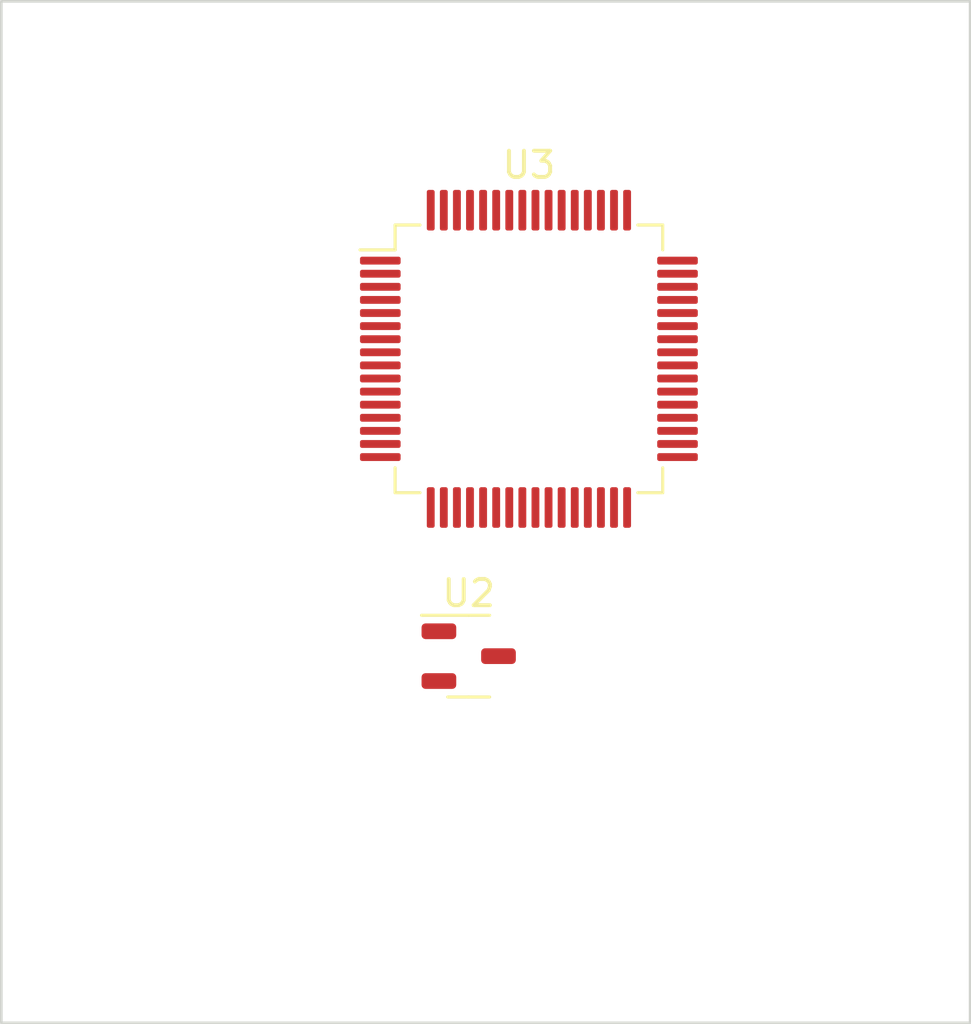
<source format=kicad_pcb>
(kicad_pcb (version 20221018) (generator pcbnew)
  (layers (0 "F.Cu" signal) (31 "B.Cu" signal) (34 "B.Paste" user) (35 "F.Paste" user) (36 "B.SilkS" user "B.Silkscreen") (37 "F.SilkS" user "F.Silkscreen") (38 "B.Mask" user) (39 "F.Mask" user) (44 "Edge.Cuts" user))
  (net 0 "")
  (net 1 "GND")
  (net 2 "+3.3V")
  (net 3 "Net-(D1-K)")
  (net 21 "Net-(U3-VSS-Pad18)")
  (footprint "Package_QFP:LQFP-64_10x10mm_P0.5mm" (layer "F.Cu") (at 133.15 91.65)
    (fp_text reference "U3" (at 0 -7.4) (layer "F.SilkS"))
    (fp_text value "STM32F072RBTx")
    (fp_line (start -5.11 -5.11) (end -5.11 -4.16) (stroke (width 0.12)) (layer "F.SilkS"))
    (fp_line (start -5.11 -4.16) (end -6.45 -4.16) (stroke (width 0.12)) (layer "F.SilkS"))
    (fp_line (start -5.11 5.11) (end -5.11 4.16) (stroke (width 0.12)) (layer "F.SilkS"))
    (fp_line (start -4.16 -5.11) (end -5.11 -5.11) (stroke (width 0.12)) (layer "F.SilkS"))
    (fp_line (start -4.16 5.11) (end -5.11 5.11) (stroke (width 0.12)) (layer "F.SilkS"))
    (fp_line (start 4.16 -5.11) (end 5.11 -5.11) (stroke (width 0.12)) (layer "F.SilkS"))
    (fp_line (start 4.16 5.11) (end 5.11 5.11) (stroke (width 0.12)) (layer "F.SilkS"))
    (fp_line (start 5.11 -5.11) (end 5.11 -4.16) (stroke (width 0.12)) (layer "F.SilkS"))
    (fp_line (start 5.11 5.11) (end 5.11 4.16) (stroke (width 0.12)) (layer "F.SilkS"))
    (pad "1" smd roundrect (at -5.675 -3.75) (size 1.55 0.3) (layers "F.Cu" "F.Paste" "F.Mask"))
    (pad "2" smd roundrect (at -5.675 -3.25) (size 1.55 0.3) (layers "F.Cu" "F.Paste" "F.Mask"))
    (pad "3" smd roundrect (at -5.675 -2.75) (size 1.55 0.3) (layers "F.Cu" "F.Paste" "F.Mask"))
    (pad "4" smd roundrect (at -5.675 -2.25) (size 1.55 0.3) (layers "F.Cu" "F.Paste" "F.Mask"))
    (pad "5" smd roundrect (at -5.675 -1.75) (size 1.55 0.3) (layers "F.Cu" "F.Paste" "F.Mask"))
    (pad "6" smd roundrect (at -5.675 -1.25) (size 1.55 0.3) (layers "F.Cu" "F.Paste" "F.Mask"))
    (pad "7" smd roundrect (at -5.675 -0.75) (size 1.55 0.3) (layers "F.Cu" "F.Paste" "F.Mask"))
    (pad "8" smd roundrect (at -5.675 -0.25) (size 1.55 0.3) (layers "F.Cu" "F.Paste" "F.Mask"))
    (pad "9" smd roundrect (at -5.675 0.25) (size 1.55 0.3) (layers "F.Cu" "F.Paste" "F.Mask"))
    (pad "10" smd roundrect (at -5.675 0.75) (size 1.55 0.3) (layers "F.Cu" "F.Paste" "F.Mask"))
    (pad "11" smd roundrect (at -5.675 1.25) (size 1.55 0.3) (layers "F.Cu" "F.Paste" "F.Mask"))
    (pad "12" smd roundrect (at -5.675 1.75) (size 1.55 0.3) (layers "F.Cu" "F.Paste" "F.Mask"))
    (pad "13" smd roundrect (at -5.675 2.25) (size 1.55 0.3) (layers "F.Cu" "F.Paste" "F.Mask"))
    (pad "14" smd roundrect (at -5.675 2.75) (size 1.55 0.3) (layers "F.Cu" "F.Paste" "F.Mask"))
    (pad "15" smd roundrect (at -5.675 3.25) (size 1.55 0.3) (layers "F.Cu" "F.Paste" "F.Mask"))
    (pad "16" smd roundrect (at -5.675 3.75) (size 1.55 0.3) (layers "F.Cu" "F.Paste" "F.Mask"))
    (pad "17" smd roundrect (at -3.75 5.675) (size 0.3 1.55) (layers "F.Cu" "F.Paste" "F.Mask"))
    (pad "18" smd roundrect (at -3.25 5.675) (size 0.3 1.55) (layers "F.Cu" "F.Paste" "F.Mask") (net 21 "Net-(U3-VSS-Pad18)"))
    (pad "19" smd roundrect (at -2.75 5.675) (size 0.3 1.55) (layers "F.Cu" "F.Paste" "F.Mask"))
    (pad "20" smd roundrect (at -2.25 5.675) (size 0.3 1.55) (layers "F.Cu" "F.Paste" "F.Mask"))
    (pad "21" smd roundrect (at -1.75 5.675) (size 0.3 1.55) (layers "F.Cu" "F.Paste" "F.Mask"))
    (pad "22" smd roundrect (at -1.25 5.675) (size 0.3 1.55) (layers "F.Cu" "F.Paste" "F.Mask"))
    (pad "23" smd roundrect (at -0.75 5.675) (size 0.3 1.55) (layers "F.Cu" "F.Paste" "F.Mask"))
    (pad "24" smd roundrect (at -0.25 5.675) (size 0.3 1.55) (layers "F.Cu" "F.Paste" "F.Mask"))
    (pad "25" smd roundrect (at 0.25 5.675) (size 0.3 1.55) (layers "F.Cu" "F.Paste" "F.Mask"))
    (pad "26" smd roundrect (at 0.75 5.675) (size 0.3 1.55) (layers "F.Cu" "F.Paste" "F.Mask"))
    (pad "27" smd roundrect (at 1.25 5.675) (size 0.3 1.55) (layers "F.Cu" "F.Paste" "F.Mask"))
    (pad "28" smd roundrect (at 1.75 5.675) (size 0.3 1.55) (layers "F.Cu" "F.Paste" "F.Mask"))
    (pad "29" smd roundrect (at 2.25 5.675) (size 0.3 1.55) (layers "F.Cu" "F.Paste" "F.Mask"))
    (pad "30" smd roundrect (at 2.75 5.675) (size 0.3 1.55) (layers "F.Cu" "F.Paste" "F.Mask"))
    (pad "31" smd roundrect (at 3.25 5.675) (size 0.3 1.55) (layers "F.Cu" "F.Paste" "F.Mask") (net 21 "Net-(U3-VSS-Pad18)"))
    (pad "32" smd roundrect (at 3.75 5.675) (size 0.3 1.55) (layers "F.Cu" "F.Paste" "F.Mask"))
    (pad "33" smd roundrect (at 5.675 3.75) (size 1.55 0.3) (layers "F.Cu" "F.Paste" "F.Mask"))
    (pad "34" smd roundrect (at 5.675 3.25) (size 1.55 0.3) (layers "F.Cu" "F.Paste" "F.Mask"))
    (pad "35" smd roundrect (at 5.675 2.75) (size 1.55 0.3) (layers "F.Cu" "F.Paste" "F.Mask"))
    (pad "36" smd roundrect (at 5.675 2.25) (size 1.55 0.3) (layers "F.Cu" "F.Paste" "F.Mask"))
    (pad "37" smd roundrect (at 5.675 1.75) (size 1.55 0.3) (layers "F.Cu" "F.Paste" "F.Mask"))
    (pad "38" smd roundrect (at 5.675 1.25) (size 1.55 0.3) (layers "F.Cu" "F.Paste" "F.Mask"))
    (pad "39" smd roundrect (at 5.675 0.75) (size 1.55 0.3) (layers "F.Cu" "F.Paste" "F.Mask"))
    (pad "40" smd roundrect (at 5.675 0.25) (size 1.55 0.3) (layers "F.Cu" "F.Paste" "F.Mask"))
    (pad "41" smd roundrect (at 5.675 -0.25) (size 1.55 0.3) (layers "F.Cu" "F.Paste" "F.Mask"))
    (pad "42" smd roundrect (at 5.675 -0.75) (size 1.55 0.3) (layers "F.Cu" "F.Paste" "F.Mask"))
    (pad "43" smd roundrect (at 5.675 -1.25) (size 1.55 0.3) (layers "F.Cu" "F.Paste" "F.Mask"))
    (pad "44" smd roundrect (at 5.675 -1.75) (size 1.55 0.3) (layers "F.Cu" "F.Paste" "F.Mask"))
    (pad "45" smd roundrect (at 5.675 -2.25) (size 1.55 0.3) (layers "F.Cu" "F.Paste" "F.Mask"))
    (pad "46" smd roundrect (at 5.675 -2.75) (size 1.55 0.3) (layers "F.Cu" "F.Paste" "F.Mask"))
    (pad "47" smd roundrect (at 5.675 -3.25) (size 1.55 0.3) (layers "F.Cu" "F.Paste" "F.Mask") (net 21 "Net-(U3-VSS-Pad18)"))
    (pad "48" smd roundrect (at 5.675 -3.75) (size 1.55 0.3) (layers "F.Cu" "F.Paste" "F.Mask"))
    (pad "49" smd roundrect (at 3.75 -5.675) (size 0.3 1.55) (layers "F.Cu" "F.Paste" "F.Mask"))
    (pad "50" smd roundrect (at 3.25 -5.675) (size 0.3 1.55) (layers "F.Cu" "F.Paste" "F.Mask"))
    (pad "51" smd roundrect (at 2.75 -5.675) (size 0.3 1.55) (layers "F.Cu" "F.Paste" "F.Mask"))
    (pad "52" smd roundrect (at 2.25 -5.675) (size 0.3 1.55) (layers "F.Cu" "F.Paste" "F.Mask"))
    (pad "53" smd roundrect (at 1.75 -5.675) (size 0.3 1.55) (layers "F.Cu" "F.Paste" "F.Mask"))
    (pad "54" smd roundrect (at 1.25 -5.675) (size 0.3 1.55) (layers "F.Cu" "F.Paste" "F.Mask"))
    (pad "55" smd roundrect (at 0.75 -5.675) (size 0.3 1.55) (layers "F.Cu" "F.Paste" "F.Mask"))
    (pad "56" smd roundrect (at 0.25 -5.675) (size 0.3 1.55) (layers "F.Cu" "F.Paste" "F.Mask"))
    (pad "57" smd roundrect (at -0.25 -5.675) (size 0.3 1.55) (layers "F.Cu" "F.Paste" "F.Mask"))
    (pad "58" smd roundrect (at -0.75 -5.675) (size 0.3 1.55) (layers "F.Cu" "F.Paste" "F.Mask"))
    (pad "59" smd roundrect (at -1.25 -5.675) (size 0.3 1.55) (layers "F.Cu" "F.Paste" "F.Mask"))
    (pad "60" smd roundrect (at -1.75 -5.675) (size 0.3 1.55) (layers "F.Cu" "F.Paste" "F.Mask"))
    (pad "61" smd roundrect (at -2.25 -5.675) (size 0.3 1.55) (layers "F.Cu" "F.Paste" "F.Mask"))
    (pad "62" smd roundrect (at -2.75 -5.675) (size 0.3 1.55) (layers "F.Cu" "F.Paste" "F.Mask"))
    (pad "63" smd roundrect (at -3.25 -5.675) (size 0.3 1.55) (layers "F.Cu" "F.Paste" "F.Mask") (net 21 "Net-(U3-VSS-Pad18)"))
    (pad "64" smd roundrect (at -3.75 -5.675) (size 0.3 1.55) (layers "F.Cu" "F.Paste" "F.Mask"))
  )
  (footprint "Package_TO_SOT_SMD:SOT-23-3" (layer "F.Cu") (at 130.85 103)
    (fp_text reference "U2" (at 0 -2.4) (layer "F.SilkS"))
    (fp_text value "AP2210-33")
    (fp_line (start 0 -1.56) (end -1.8 -1.56) (stroke (width 0.12)) (layer "F.SilkS"))
    (fp_line (start 0 -1.56) (end 0.8 -1.56) (stroke (width 0.12)) (layer "F.SilkS"))
    (fp_line (start 0 1.56) (end -0.8 1.56) (stroke (width 0.12)) (layer "F.SilkS"))
    (fp_line (start 0 1.56) (end 0.8 1.56) (stroke (width 0.12)) (layer "F.SilkS"))
    (pad "1" smd roundrect (at -1.1375 -0.95) (size 1.325 0.6) (layers "F.Cu" "F.Paste" "F.Mask") (net 1 "GND"))
    (pad "2" smd roundrect (at -1.1375 0.95) (size 1.325 0.6) (layers "F.Cu" "F.Paste" "F.Mask") (net 2 "+3.3V"))
    (pad "3" smd roundrect (at 1.1375 0) (size 1.325 0.6) (layers "F.Cu" "F.Paste" "F.Mask") (net 3 "Net-(D1-K)"))
  )
  (gr_rect (start 113 78) (end 150 117) (stroke (width 0.1)) (fill none) (layer "Edge.Cuts"))
)
</source>
